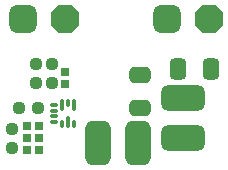
<source format=gbr>
%TF.GenerationSoftware,Altium Limited,Altium Designer,23.4.1 (23)*%
G04 Layer_Color=8388736*
%FSLAX45Y45*%
%MOMM*%
%TF.SameCoordinates,30DB59E4-3B06-4861-84B7-939192905612*%
%TF.FilePolarity,Negative*%
%TF.FileFunction,Soldermask,Top*%
%TF.Part,Single*%
G01*
G75*
%TA.AperFunction,ComponentPad*%
G04:AMPARAMS|DCode=31|XSize=2.35mm|YSize=2.35mm|CornerRadius=0.625mm|HoleSize=0mm|Usage=FLASHONLY|Rotation=180.000|XOffset=0mm|YOffset=0mm|HoleType=Round|Shape=RoundedRectangle|*
%AMROUNDEDRECTD31*
21,1,2.35000,1.10000,0,0,180.0*
21,1,1.10000,2.35000,0,0,180.0*
1,1,1.25001,-0.55000,0.55000*
1,1,1.25001,0.55000,0.55000*
1,1,1.25001,0.55000,-0.55000*
1,1,1.25001,-0.55000,-0.55000*
%
%ADD31ROUNDEDRECTD31*%
G04:AMPARAMS|DCode=32|XSize=2.35mm|YSize=2.35mm|CornerRadius=0mm|HoleSize=0mm|Usage=FLASHONLY|Rotation=180.000|XOffset=0mm|YOffset=0mm|HoleType=Round|Shape=Octagon|*
%AMOCTAGOND32*
4,1,8,-1.17500,0.58750,-1.17500,-0.58750,-0.58750,-1.17500,0.58750,-1.17500,1.17500,-0.58750,1.17500,0.58750,0.58750,1.17500,-0.58750,1.17500,-1.17500,0.58750,0.0*
%
%ADD32OCTAGOND32*%

%TA.AperFunction,SMDPad,CuDef*%
G04:AMPARAMS|DCode=53|XSize=0.75mm|YSize=0.75mm|CornerRadius=0.225mm|HoleSize=0mm|Usage=FLASHONLY|Rotation=270.000|XOffset=0mm|YOffset=0mm|HoleType=Round|Shape=RoundedRectangle|*
%AMROUNDEDRECTD53*
21,1,0.75000,0.30000,0,0,270.0*
21,1,0.30000,0.75000,0,0,270.0*
1,1,0.45000,-0.15000,-0.15000*
1,1,0.45000,-0.15000,0.15000*
1,1,0.45000,0.15000,0.15000*
1,1,0.45000,0.15000,-0.15000*
%
%ADD53ROUNDEDRECTD53*%
G04:AMPARAMS|DCode=54|XSize=0.28mm|YSize=0.73mm|CornerRadius=0.09mm|HoleSize=0mm|Usage=FLASHONLY|Rotation=180.000|XOffset=0mm|YOffset=0mm|HoleType=Round|Shape=RoundedRectangle|*
%AMROUNDEDRECTD54*
21,1,0.28000,0.55000,0,0,180.0*
21,1,0.10000,0.73000,0,0,180.0*
1,1,0.18000,-0.05000,0.27500*
1,1,0.18000,0.05000,0.27500*
1,1,0.18000,0.05000,-0.27500*
1,1,0.18000,-0.05000,-0.27500*
%
%ADD54ROUNDEDRECTD54*%
G04:AMPARAMS|DCode=55|XSize=0.28mm|YSize=1.08mm|CornerRadius=0.09mm|HoleSize=0mm|Usage=FLASHONLY|Rotation=180.000|XOffset=0mm|YOffset=0mm|HoleType=Round|Shape=RoundedRectangle|*
%AMROUNDEDRECTD55*
21,1,0.28000,0.90000,0,0,180.0*
21,1,0.10000,1.08000,0,0,180.0*
1,1,0.18000,-0.05000,0.45000*
1,1,0.18000,0.05000,0.45000*
1,1,0.18000,0.05000,-0.45000*
1,1,0.18000,-0.05000,-0.45000*
%
%ADD55ROUNDEDRECTD55*%
G04:AMPARAMS|DCode=56|XSize=0.3mm|YSize=0.63mm|CornerRadius=0.095mm|HoleSize=0mm|Usage=FLASHONLY|Rotation=90.000|XOffset=0mm|YOffset=0mm|HoleType=Round|Shape=RoundedRectangle|*
%AMROUNDEDRECTD56*
21,1,0.30000,0.44000,0,0,90.0*
21,1,0.11000,0.63000,0,0,90.0*
1,1,0.19000,0.22000,0.05500*
1,1,0.19000,0.22000,-0.05500*
1,1,0.19000,-0.22000,-0.05500*
1,1,0.19000,-0.22000,0.05500*
%
%ADD56ROUNDEDRECTD56*%
G04:AMPARAMS|DCode=57|XSize=0.75mm|YSize=0.75mm|CornerRadius=0.225mm|HoleSize=0mm|Usage=FLASHONLY|Rotation=0.000|XOffset=0mm|YOffset=0mm|HoleType=Round|Shape=RoundedRectangle|*
%AMROUNDEDRECTD57*
21,1,0.75000,0.30000,0,0,0.0*
21,1,0.30000,0.75000,0,0,0.0*
1,1,0.45000,0.15000,-0.15000*
1,1,0.45000,-0.15000,-0.15000*
1,1,0.45000,-0.15000,0.15000*
1,1,0.45000,0.15000,0.15000*
%
%ADD57ROUNDEDRECTD57*%
G04:AMPARAMS|DCode=58|XSize=0.95mm|YSize=0.95mm|CornerRadius=0.275mm|HoleSize=0mm|Usage=FLASHONLY|Rotation=0.000|XOffset=0mm|YOffset=0mm|HoleType=Round|Shape=RoundedRectangle|*
%AMROUNDEDRECTD58*
21,1,0.95000,0.40000,0,0,0.0*
21,1,0.40000,0.95000,0,0,0.0*
1,1,0.55000,0.20000,-0.20000*
1,1,0.55000,-0.20000,-0.20000*
1,1,0.55000,-0.20000,0.20000*
1,1,0.55000,0.20000,0.20000*
%
%ADD58ROUNDEDRECTD58*%
G04:AMPARAMS|DCode=59|XSize=0.95mm|YSize=0.95mm|CornerRadius=0.275mm|HoleSize=0mm|Usage=FLASHONLY|Rotation=90.000|XOffset=0mm|YOffset=0mm|HoleType=Round|Shape=RoundedRectangle|*
%AMROUNDEDRECTD59*
21,1,0.95000,0.40000,0,0,90.0*
21,1,0.40000,0.95000,0,0,90.0*
1,1,0.55000,0.20000,0.20000*
1,1,0.55000,0.20000,-0.20000*
1,1,0.55000,-0.20000,-0.20000*
1,1,0.55000,-0.20000,0.20000*
%
%ADD59ROUNDEDRECTD59*%
G04:AMPARAMS|DCode=60|XSize=1.8mm|YSize=1.4mm|CornerRadius=0.3875mm|HoleSize=0mm|Usage=FLASHONLY|Rotation=0.000|XOffset=0mm|YOffset=0mm|HoleType=Round|Shape=RoundedRectangle|*
%AMROUNDEDRECTD60*
21,1,1.80000,0.62500,0,0,0.0*
21,1,1.02500,1.40000,0,0,0.0*
1,1,0.77500,0.51250,-0.31250*
1,1,0.77500,-0.51250,-0.31250*
1,1,0.77500,-0.51250,0.31250*
1,1,0.77500,0.51250,0.31250*
%
%ADD60ROUNDEDRECTD60*%
G04:AMPARAMS|DCode=61|XSize=1.8mm|YSize=1.4mm|CornerRadius=0.3875mm|HoleSize=0mm|Usage=FLASHONLY|Rotation=270.000|XOffset=0mm|YOffset=0mm|HoleType=Round|Shape=RoundedRectangle|*
%AMROUNDEDRECTD61*
21,1,1.80000,0.62500,0,0,270.0*
21,1,1.02500,1.40000,0,0,270.0*
1,1,0.77500,-0.31250,-0.51250*
1,1,0.77500,-0.31250,0.51250*
1,1,0.77500,0.31250,0.51250*
1,1,0.77500,0.31250,-0.51250*
%
%ADD61ROUNDEDRECTD61*%
G04:AMPARAMS|DCode=62|XSize=3.75mm|YSize=2.15mm|CornerRadius=0.575mm|HoleSize=0mm|Usage=FLASHONLY|Rotation=180.000|XOffset=0mm|YOffset=0mm|HoleType=Round|Shape=RoundedRectangle|*
%AMROUNDEDRECTD62*
21,1,3.75000,1.00000,0,0,180.0*
21,1,2.60000,2.15000,0,0,180.0*
1,1,1.15000,-1.30000,0.50000*
1,1,1.15000,1.30000,0.50000*
1,1,1.15000,1.30000,-0.50000*
1,1,1.15000,-1.30000,-0.50000*
%
%ADD62ROUNDEDRECTD62*%
G04:AMPARAMS|DCode=63|XSize=3.75mm|YSize=2.15mm|CornerRadius=0.575mm|HoleSize=0mm|Usage=FLASHONLY|Rotation=90.000|XOffset=0mm|YOffset=0mm|HoleType=Round|Shape=RoundedRectangle|*
%AMROUNDEDRECTD63*
21,1,3.75000,1.00000,0,0,90.0*
21,1,2.60000,2.15000,0,0,90.0*
1,1,1.15000,0.50000,1.30000*
1,1,1.15000,0.50000,-1.30000*
1,1,1.15000,-0.50000,-1.30000*
1,1,1.15000,-0.50000,1.30000*
%
%ADD63ROUNDEDRECTD63*%
D31*
X1450000Y1280000D02*
D03*
X229999D02*
D03*
D32*
X1800000D02*
D03*
X579999D02*
D03*
D53*
X260000Y270000D02*
D03*
X360000D02*
D03*
Y370000D02*
D03*
X260000D02*
D03*
Y170000D02*
D03*
X360000D02*
D03*
D54*
X555000Y392500D02*
D03*
X655000D02*
D03*
X605000Y567500D02*
D03*
D55*
Y410000D02*
D03*
X655000Y550000D02*
D03*
X555000D02*
D03*
D56*
X487500Y505000D02*
D03*
Y405000D02*
D03*
Y555000D02*
D03*
Y455000D02*
D03*
D57*
X580000Y730000D02*
D03*
Y830000D02*
D03*
D58*
X470000Y900000D02*
D03*
Y740000D02*
D03*
X130000Y350000D02*
D03*
Y190000D02*
D03*
X340000Y900000D02*
D03*
Y740000D02*
D03*
D59*
X190000Y530000D02*
D03*
X350000D02*
D03*
D60*
X1220000Y810000D02*
D03*
Y530000D02*
D03*
D61*
X1820000Y860000D02*
D03*
X1540000D02*
D03*
D62*
X1580000Y270000D02*
D03*
Y610000D02*
D03*
D63*
X860000Y230000D02*
D03*
X1200000D02*
D03*
%TF.MD5,41581b8bfaf189cc8fc6f7a7d746ff12*%
M02*

</source>
